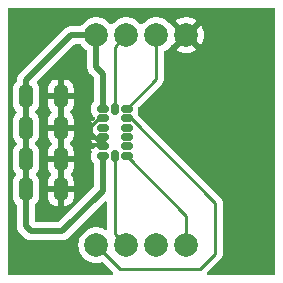
<source format=gbr>
%TF.GenerationSoftware,KiCad,Pcbnew,(6.0.1)*%
%TF.CreationDate,2022-04-22T14:13:29+03:00*%
%TF.ProjectId,teststi,74657374-7374-4692-9e6b-696361645f70,rev?*%
%TF.SameCoordinates,Original*%
%TF.FileFunction,Copper,L1,Top*%
%TF.FilePolarity,Positive*%
%FSLAX46Y46*%
G04 Gerber Fmt 4.6, Leading zero omitted, Abs format (unit mm)*
G04 Created by KiCad (PCBNEW (6.0.1)) date 2022-04-22 14:13:29*
%MOMM*%
%LPD*%
G01*
G04 APERTURE LIST*
G04 Aperture macros list*
%AMRoundRect*
0 Rectangle with rounded corners*
0 $1 Rounding radius*
0 $2 $3 $4 $5 $6 $7 $8 $9 X,Y pos of 4 corners*
0 Add a 4 corners polygon primitive as box body*
4,1,4,$2,$3,$4,$5,$6,$7,$8,$9,$2,$3,0*
0 Add four circle primitives for the rounded corners*
1,1,$1+$1,$2,$3*
1,1,$1+$1,$4,$5*
1,1,$1+$1,$6,$7*
1,1,$1+$1,$8,$9*
0 Add four rect primitives between the rounded corners*
20,1,$1+$1,$2,$3,$4,$5,0*
20,1,$1+$1,$4,$5,$6,$7,0*
20,1,$1+$1,$6,$7,$8,$9,0*
20,1,$1+$1,$8,$9,$2,$3,0*%
G04 Aperture macros list end*
%TA.AperFunction,SMDPad,CuDef*%
%ADD10RoundRect,0.250000X-0.325000X-0.650000X0.325000X-0.650000X0.325000X0.650000X-0.325000X0.650000X0*%
%TD*%
%TA.AperFunction,ComponentPad*%
%ADD11C,2.000000*%
%TD*%
%TA.AperFunction,SMDPad,CuDef*%
%ADD12RoundRect,0.150000X-0.325000X-0.150000X0.325000X-0.150000X0.325000X0.150000X-0.325000X0.150000X0*%
%TD*%
%TA.AperFunction,SMDPad,CuDef*%
%ADD13RoundRect,0.150000X-0.150000X-0.325000X0.150000X-0.325000X0.150000X0.325000X-0.150000X0.325000X0*%
%TD*%
%TA.AperFunction,ViaPad*%
%ADD14C,2.000000*%
%TD*%
%TA.AperFunction,Conductor*%
%ADD15C,0.250000*%
%TD*%
%TA.AperFunction,Conductor*%
%ADD16C,0.500000*%
%TD*%
G04 APERTURE END LIST*
D10*
%TO.P,C5,2*%
%TO.N,GND*%
X74930000Y-59817000D03*
%TO.P,C5,1*%
%TO.N,/Vs*%
X71980000Y-59817000D03*
%TD*%
%TO.P,C4,2*%
%TO.N,GND*%
X74930000Y-57277000D03*
%TO.P,C4,1*%
%TO.N,/Vs*%
X71980000Y-57277000D03*
%TD*%
%TO.P,C3,2*%
%TO.N,GND*%
X74930000Y-54610000D03*
%TO.P,C3,1*%
%TO.N,/Vs*%
X71980000Y-54610000D03*
%TD*%
%TO.P,C2,2*%
%TO.N,GND*%
X74930000Y-51943000D03*
%TO.P,C2,1*%
%TO.N,/Vs*%
X71980000Y-51943000D03*
%TD*%
D11*
%TO.P,U2,1,SDO*%
%TO.N,Net-(U1-Pad12)*%
X77941000Y-64548000D03*
%TO.P,U2,2,CS*%
%TO.N,Net-(U1-Pad7)*%
X80481000Y-64548000D03*
%TO.P,U2,3,DR*%
%TO.N,unconnected-(U2-Pad3)*%
X83021000Y-64548000D03*
%TO.P,U2,4,INT*%
%TO.N,Net-(U1-Pad8)*%
X85561000Y-64548000D03*
%TO.P,U2,5,VCC*%
%TO.N,/Vs*%
X77941000Y-46768000D03*
%TO.P,U2,6,SCL*%
%TO.N,Net-(U1-Pad14)*%
X80481000Y-46768000D03*
%TO.P,U2,7,SDA*%
%TO.N,Net-(U1-Pad13)*%
X83021000Y-46768000D03*
%TO.P,U2,8,GND*%
%TO.N,GND*%
X85561000Y-46768000D03*
%TD*%
D12*
%TO.P,U1,1,Vdd_I/O*%
%TO.N,/Vs*%
X78502000Y-52991000D03*
%TO.P,U1,2,GND*%
%TO.N,GND*%
X78502000Y-53791000D03*
%TO.P,U1,3,RES*%
%TO.N,unconnected-(U1-Pad3)*%
X78502000Y-54591000D03*
%TO.P,U1,4,GND*%
%TO.N,GND*%
X78502000Y-55391000D03*
%TO.P,U1,5,GND*%
X78502000Y-56191000D03*
%TO.P,U1,6,Vs*%
%TO.N,/Vs*%
X78502000Y-56991000D03*
D13*
%TO.P,U1,7,~{CS}*%
%TO.N,Net-(U1-Pad7)*%
X79502000Y-56991000D03*
D12*
%TO.P,U1,8,INT1*%
%TO.N,Net-(U1-Pad8)*%
X80502000Y-56991000D03*
%TO.P,U1,9,INT2*%
%TO.N,unconnected-(U1-Pad9)*%
X80502000Y-56191000D03*
%TO.P,U1,10,NC*%
%TO.N,unconnected-(U1-Pad10)*%
X80502000Y-55391000D03*
%TO.P,U1,11,RES*%
%TO.N,unconnected-(U1-Pad11)*%
X80502000Y-54591000D03*
%TO.P,U1,12,SDO/ADDR*%
%TO.N,Net-(U1-Pad12)*%
X80502000Y-53791000D03*
%TO.P,U1,13,SDA/SDI/SDIO*%
%TO.N,Net-(U1-Pad13)*%
X80502000Y-52991000D03*
D13*
%TO.P,U1,14,SCL/SCLK*%
%TO.N,Net-(U1-Pad14)*%
X79502000Y-52991000D03*
%TD*%
D14*
%TO.N,GND*%
X72136000Y-46228000D03*
X75946000Y-49276000D03*
%TD*%
D15*
%TO.N,GND*%
X77470000Y-55159000D02*
X78502000Y-56191000D01*
X77470000Y-54991000D02*
X77470000Y-55159000D01*
X77870000Y-55391000D02*
X78502000Y-55391000D01*
X77470000Y-54991000D02*
X77870000Y-55391000D01*
X77470000Y-54476928D02*
X77470000Y-54991000D01*
X78155928Y-53791000D02*
X77470000Y-54476928D01*
X78502000Y-53791000D02*
X78155928Y-53791000D01*
D16*
%TO.N,/Vs*%
X78502000Y-50054000D02*
X78502000Y-52991000D01*
X77941000Y-49493000D02*
X78502000Y-50054000D01*
X77941000Y-46768000D02*
X77941000Y-49493000D01*
X71980000Y-50575000D02*
X75787000Y-46768000D01*
X75787000Y-46768000D02*
X77941000Y-46768000D01*
X71980000Y-51943000D02*
X71980000Y-50575000D01*
X71980000Y-62963000D02*
X71980000Y-59817000D01*
X75057000Y-63373000D02*
X72390000Y-63373000D01*
X72390000Y-63373000D02*
X71980000Y-62963000D01*
X78486000Y-59944000D02*
X75057000Y-63373000D01*
X78486000Y-58225270D02*
X78486000Y-59944000D01*
X78502000Y-58209270D02*
X78486000Y-58225270D01*
X78502000Y-56991000D02*
X78502000Y-58209270D01*
D15*
%TO.N,Net-(U1-Pad12)*%
X77941000Y-64548000D02*
X79941000Y-66548000D01*
X79941000Y-66548000D02*
X86741000Y-66548000D01*
X86741000Y-66548000D02*
X88011000Y-65278000D01*
X80848072Y-53791000D02*
X80502000Y-53791000D01*
X88011000Y-65278000D02*
X88011000Y-60953928D01*
X88011000Y-60953928D02*
X80848072Y-53791000D01*
D16*
%TO.N,/Vs*%
X71980000Y-51943000D02*
X71980000Y-59817000D01*
D15*
%TO.N,Net-(U1-Pad8)*%
X85561000Y-62050000D02*
X80502000Y-56991000D01*
X85561000Y-64548000D02*
X85561000Y-62050000D01*
%TO.N,Net-(U1-Pad7)*%
X79502000Y-63569000D02*
X79502000Y-56991000D01*
X80481000Y-64548000D02*
X79502000Y-63569000D01*
%TO.N,Net-(U1-Pad13)*%
X83021000Y-46768000D02*
X83021000Y-50472000D01*
X83021000Y-50472000D02*
X80502000Y-52991000D01*
%TO.N,Net-(U1-Pad14)*%
X79502000Y-47747000D02*
X79502000Y-52991000D01*
X80481000Y-46768000D02*
X79502000Y-47747000D01*
%TD*%
%TA.AperFunction,Conductor*%
%TO.N,GND*%
G36*
X93033121Y-44470002D02*
G01*
X93079614Y-44523658D01*
X93091000Y-44576000D01*
X93091000Y-66930000D01*
X93070998Y-66998121D01*
X93017342Y-67044614D01*
X92965000Y-67056000D01*
X87433094Y-67056000D01*
X87364973Y-67035998D01*
X87318480Y-66982342D01*
X87308376Y-66912068D01*
X87337870Y-66847488D01*
X87343999Y-66840905D01*
X88403247Y-65781657D01*
X88411537Y-65774113D01*
X88418018Y-65770000D01*
X88434791Y-65752139D01*
X88464658Y-65720333D01*
X88467413Y-65717491D01*
X88487134Y-65697770D01*
X88489612Y-65694575D01*
X88497318Y-65685553D01*
X88522158Y-65659101D01*
X88527586Y-65653321D01*
X88537346Y-65635568D01*
X88548199Y-65619045D01*
X88555753Y-65609306D01*
X88560613Y-65603041D01*
X88578176Y-65562457D01*
X88583383Y-65551827D01*
X88604695Y-65513060D01*
X88606666Y-65505383D01*
X88606668Y-65505378D01*
X88609732Y-65493442D01*
X88616138Y-65474730D01*
X88621033Y-65463419D01*
X88624181Y-65456145D01*
X88625421Y-65448317D01*
X88625423Y-65448310D01*
X88631099Y-65412476D01*
X88633505Y-65400856D01*
X88642528Y-65365711D01*
X88642528Y-65365710D01*
X88644500Y-65358030D01*
X88644500Y-65337776D01*
X88646051Y-65318065D01*
X88647980Y-65305886D01*
X88649220Y-65298057D01*
X88645059Y-65254038D01*
X88644500Y-65242181D01*
X88644500Y-61032695D01*
X88645027Y-61021512D01*
X88646702Y-61014019D01*
X88644562Y-60945928D01*
X88644500Y-60941971D01*
X88644500Y-60914072D01*
X88643996Y-60910081D01*
X88643063Y-60898239D01*
X88641923Y-60861964D01*
X88641674Y-60854039D01*
X88639462Y-60846425D01*
X88639461Y-60846420D01*
X88636023Y-60834587D01*
X88632012Y-60815223D01*
X88630467Y-60802992D01*
X88629474Y-60795131D01*
X88626557Y-60787764D01*
X88626556Y-60787759D01*
X88613198Y-60754020D01*
X88609354Y-60742793D01*
X88599230Y-60707950D01*
X88597018Y-60700335D01*
X88586707Y-60682900D01*
X88578012Y-60665152D01*
X88570552Y-60646311D01*
X88558487Y-60629704D01*
X88544564Y-60610541D01*
X88538048Y-60600621D01*
X88519580Y-60569393D01*
X88519578Y-60569390D01*
X88515542Y-60562566D01*
X88501221Y-60548245D01*
X88488380Y-60533211D01*
X88481131Y-60523234D01*
X88476472Y-60516821D01*
X88442395Y-60488630D01*
X88433616Y-60480640D01*
X81502333Y-53549356D01*
X81470431Y-53495414D01*
X81450309Y-53426153D01*
X81450309Y-53355847D01*
X81465520Y-53303491D01*
X81482562Y-53244831D01*
X81483520Y-53232671D01*
X81485307Y-53209958D01*
X81485307Y-53209950D01*
X81485500Y-53207502D01*
X81485500Y-52955594D01*
X81505502Y-52887473D01*
X81522405Y-52866499D01*
X83413253Y-50975652D01*
X83421539Y-50968112D01*
X83428018Y-50964000D01*
X83474644Y-50914348D01*
X83477398Y-50911507D01*
X83497135Y-50891770D01*
X83499615Y-50888573D01*
X83507320Y-50879551D01*
X83532159Y-50853100D01*
X83537586Y-50847321D01*
X83541405Y-50840375D01*
X83541407Y-50840372D01*
X83547348Y-50829566D01*
X83558199Y-50813047D01*
X83565758Y-50803301D01*
X83570614Y-50797041D01*
X83573759Y-50789772D01*
X83573762Y-50789768D01*
X83588174Y-50756463D01*
X83593391Y-50745813D01*
X83614695Y-50707060D01*
X83616698Y-50699261D01*
X83619733Y-50687438D01*
X83626137Y-50668734D01*
X83631033Y-50657420D01*
X83631033Y-50657419D01*
X83634181Y-50650145D01*
X83635420Y-50642322D01*
X83635423Y-50642312D01*
X83641099Y-50606476D01*
X83643505Y-50594856D01*
X83652528Y-50559711D01*
X83652528Y-50559710D01*
X83654500Y-50552030D01*
X83654500Y-50531776D01*
X83656051Y-50512065D01*
X83657980Y-50499886D01*
X83659220Y-50492057D01*
X83655059Y-50448038D01*
X83654500Y-50436181D01*
X83654500Y-48219566D01*
X83674502Y-48151445D01*
X83714665Y-48112133D01*
X83896556Y-48000670D01*
X84693160Y-48000670D01*
X84698887Y-48008320D01*
X84870042Y-48113205D01*
X84878837Y-48117687D01*
X85088988Y-48204734D01*
X85098373Y-48207783D01*
X85319554Y-48260885D01*
X85329301Y-48262428D01*
X85556070Y-48280275D01*
X85565930Y-48280275D01*
X85792699Y-48262428D01*
X85802446Y-48260885D01*
X86023627Y-48207783D01*
X86033012Y-48204734D01*
X86243163Y-48117687D01*
X86251958Y-48113205D01*
X86419445Y-48010568D01*
X86428907Y-48000110D01*
X86425124Y-47991334D01*
X85573812Y-47140022D01*
X85559868Y-47132408D01*
X85558035Y-47132539D01*
X85551420Y-47136790D01*
X84699920Y-47988290D01*
X84693160Y-48000670D01*
X83896556Y-48000670D01*
X83906202Y-47994759D01*
X83906208Y-47994755D01*
X83910416Y-47992176D01*
X84090969Y-47837969D01*
X84094177Y-47834213D01*
X84094182Y-47834208D01*
X84224706Y-47681384D01*
X84284156Y-47642574D01*
X84318558Y-47640360D01*
X84337667Y-47632123D01*
X85188978Y-46780812D01*
X85195356Y-46769132D01*
X85925408Y-46769132D01*
X85925539Y-46770965D01*
X85929790Y-46777580D01*
X86781290Y-47629080D01*
X86793670Y-47635840D01*
X86801320Y-47630113D01*
X86906205Y-47458958D01*
X86910687Y-47450163D01*
X86997734Y-47240012D01*
X87000783Y-47230627D01*
X87053885Y-47009446D01*
X87055428Y-46999699D01*
X87073275Y-46772930D01*
X87073275Y-46763070D01*
X87055428Y-46536301D01*
X87053885Y-46526554D01*
X87000783Y-46305373D01*
X86997734Y-46295988D01*
X86910687Y-46085837D01*
X86906205Y-46077042D01*
X86803568Y-45909555D01*
X86793110Y-45900093D01*
X86784334Y-45903876D01*
X85933022Y-46755188D01*
X85925408Y-46769132D01*
X85195356Y-46769132D01*
X85196592Y-46766868D01*
X85196461Y-46765035D01*
X85192210Y-46758420D01*
X84340710Y-45906920D01*
X84323898Y-45897740D01*
X84260650Y-45883980D01*
X84225225Y-45855224D01*
X84094177Y-45701787D01*
X84090969Y-45698031D01*
X83910416Y-45543824D01*
X83906208Y-45541245D01*
X83906202Y-45541241D01*
X83897470Y-45535890D01*
X84693093Y-45535890D01*
X84696876Y-45544666D01*
X85548188Y-46395978D01*
X85562132Y-46403592D01*
X85563965Y-46403461D01*
X85570580Y-46399210D01*
X86422080Y-45547710D01*
X86428840Y-45535330D01*
X86423113Y-45527680D01*
X86251958Y-45422795D01*
X86243163Y-45418313D01*
X86033012Y-45331266D01*
X86023627Y-45328217D01*
X85802446Y-45275115D01*
X85792699Y-45273572D01*
X85565930Y-45255725D01*
X85556070Y-45255725D01*
X85329301Y-45273572D01*
X85319554Y-45275115D01*
X85098373Y-45328217D01*
X85088988Y-45331266D01*
X84878837Y-45418313D01*
X84870042Y-45422795D01*
X84702555Y-45525432D01*
X84693093Y-45535890D01*
X83897470Y-45535890D01*
X83712183Y-45422346D01*
X83707963Y-45419760D01*
X83703393Y-45417867D01*
X83703389Y-45417865D01*
X83493167Y-45330789D01*
X83493165Y-45330788D01*
X83488594Y-45328895D01*
X83408391Y-45309640D01*
X83262524Y-45274620D01*
X83262518Y-45274619D01*
X83257711Y-45273465D01*
X83021000Y-45254835D01*
X82784289Y-45273465D01*
X82779482Y-45274619D01*
X82779476Y-45274620D01*
X82633609Y-45309640D01*
X82553406Y-45328895D01*
X82548835Y-45330788D01*
X82548833Y-45330789D01*
X82338611Y-45417865D01*
X82338607Y-45417867D01*
X82334037Y-45419760D01*
X82329817Y-45422346D01*
X82135798Y-45541241D01*
X82135792Y-45541245D01*
X82131584Y-45543824D01*
X81951031Y-45698031D01*
X81947823Y-45701787D01*
X81947818Y-45701792D01*
X81846811Y-45820056D01*
X81787361Y-45858866D01*
X81716366Y-45859372D01*
X81655189Y-45820056D01*
X81554182Y-45701792D01*
X81554177Y-45701787D01*
X81550969Y-45698031D01*
X81370416Y-45543824D01*
X81366208Y-45541245D01*
X81366202Y-45541241D01*
X81172183Y-45422346D01*
X81167963Y-45419760D01*
X81163393Y-45417867D01*
X81163389Y-45417865D01*
X80953167Y-45330789D01*
X80953165Y-45330788D01*
X80948594Y-45328895D01*
X80868391Y-45309640D01*
X80722524Y-45274620D01*
X80722518Y-45274619D01*
X80717711Y-45273465D01*
X80481000Y-45254835D01*
X80244289Y-45273465D01*
X80239482Y-45274619D01*
X80239476Y-45274620D01*
X80093609Y-45309640D01*
X80013406Y-45328895D01*
X80008835Y-45330788D01*
X80008833Y-45330789D01*
X79798611Y-45417865D01*
X79798607Y-45417867D01*
X79794037Y-45419760D01*
X79789817Y-45422346D01*
X79595798Y-45541241D01*
X79595792Y-45541245D01*
X79591584Y-45543824D01*
X79411031Y-45698031D01*
X79407823Y-45701787D01*
X79407818Y-45701792D01*
X79306811Y-45820056D01*
X79247361Y-45858866D01*
X79176366Y-45859372D01*
X79115189Y-45820056D01*
X79014182Y-45701792D01*
X79014177Y-45701787D01*
X79010969Y-45698031D01*
X78830416Y-45543824D01*
X78826208Y-45541245D01*
X78826202Y-45541241D01*
X78632183Y-45422346D01*
X78627963Y-45419760D01*
X78623393Y-45417867D01*
X78623389Y-45417865D01*
X78413167Y-45330789D01*
X78413165Y-45330788D01*
X78408594Y-45328895D01*
X78328391Y-45309640D01*
X78182524Y-45274620D01*
X78182518Y-45274619D01*
X78177711Y-45273465D01*
X77941000Y-45254835D01*
X77704289Y-45273465D01*
X77699482Y-45274619D01*
X77699476Y-45274620D01*
X77553609Y-45309640D01*
X77473406Y-45328895D01*
X77468835Y-45330788D01*
X77468833Y-45330789D01*
X77258611Y-45417865D01*
X77258607Y-45417867D01*
X77254037Y-45419760D01*
X77249817Y-45422346D01*
X77055798Y-45541241D01*
X77055792Y-45541245D01*
X77051584Y-45543824D01*
X76871031Y-45698031D01*
X76716824Y-45878584D01*
X76673467Y-45949336D01*
X76620819Y-45996967D01*
X76566035Y-46009500D01*
X75854070Y-46009500D01*
X75835120Y-46008067D01*
X75820885Y-46005901D01*
X75820881Y-46005901D01*
X75813651Y-46004801D01*
X75806359Y-46005394D01*
X75806356Y-46005394D01*
X75760982Y-46009085D01*
X75750767Y-46009500D01*
X75742707Y-46009500D01*
X75729417Y-46011049D01*
X75714493Y-46012789D01*
X75710118Y-46013222D01*
X75644661Y-46018546D01*
X75644658Y-46018547D01*
X75637363Y-46019140D01*
X75630399Y-46021396D01*
X75624440Y-46022587D01*
X75618585Y-46023971D01*
X75611319Y-46024818D01*
X75542673Y-46049735D01*
X75538545Y-46051152D01*
X75476064Y-46071393D01*
X75476062Y-46071394D01*
X75469101Y-46073649D01*
X75462846Y-46077445D01*
X75457372Y-46079951D01*
X75451942Y-46082670D01*
X75445063Y-46085167D01*
X75438943Y-46089180D01*
X75438942Y-46089180D01*
X75384024Y-46125186D01*
X75380320Y-46127523D01*
X75317893Y-46165405D01*
X75309516Y-46172803D01*
X75309492Y-46172776D01*
X75306500Y-46175429D01*
X75303267Y-46178132D01*
X75297148Y-46182144D01*
X75292116Y-46187456D01*
X75243872Y-46238383D01*
X75241494Y-46240825D01*
X71491089Y-49991230D01*
X71476677Y-50003616D01*
X71465082Y-50012149D01*
X71465077Y-50012154D01*
X71459182Y-50016492D01*
X71454443Y-50022070D01*
X71454440Y-50022073D01*
X71424965Y-50056768D01*
X71418035Y-50064284D01*
X71412340Y-50069979D01*
X71410060Y-50072861D01*
X71394719Y-50092251D01*
X71391928Y-50095655D01*
X71349409Y-50145703D01*
X71344667Y-50151285D01*
X71341339Y-50157801D01*
X71337972Y-50162850D01*
X71334805Y-50167979D01*
X71330266Y-50173716D01*
X71299345Y-50239875D01*
X71297442Y-50243769D01*
X71264231Y-50308808D01*
X71262492Y-50315916D01*
X71260393Y-50321559D01*
X71258476Y-50327322D01*
X71255378Y-50333950D01*
X71253888Y-50341112D01*
X71253888Y-50341113D01*
X71240514Y-50405412D01*
X71239544Y-50409696D01*
X71222192Y-50480610D01*
X71221500Y-50491764D01*
X71221464Y-50491762D01*
X71221225Y-50495755D01*
X71220851Y-50499947D01*
X71219360Y-50507115D01*
X71220160Y-50536672D01*
X71221454Y-50584521D01*
X71221500Y-50587928D01*
X71221500Y-50602317D01*
X71201498Y-50670438D01*
X71180145Y-50694016D01*
X71180652Y-50694522D01*
X71055695Y-50819697D01*
X71051855Y-50825927D01*
X71051854Y-50825928D01*
X70998231Y-50912921D01*
X70962885Y-50970262D01*
X70907203Y-51138139D01*
X70896500Y-51242600D01*
X70896500Y-52643400D01*
X70896837Y-52646646D01*
X70896837Y-52646650D01*
X70906752Y-52742206D01*
X70907474Y-52749166D01*
X70909655Y-52755702D01*
X70909655Y-52755704D01*
X70953617Y-52887473D01*
X70963450Y-52916946D01*
X71056522Y-53067348D01*
X71061704Y-53072521D01*
X71176609Y-53187226D01*
X71210688Y-53249509D01*
X71205685Y-53320329D01*
X71176764Y-53365416D01*
X71055695Y-53486697D01*
X71051855Y-53492927D01*
X71051854Y-53492928D01*
X71024688Y-53537000D01*
X70962885Y-53637262D01*
X70955395Y-53659844D01*
X70911893Y-53791000D01*
X70907203Y-53805139D01*
X70896500Y-53909600D01*
X70896500Y-55310400D01*
X70896837Y-55313646D01*
X70896837Y-55313650D01*
X70906752Y-55409206D01*
X70907474Y-55416166D01*
X70963450Y-55583946D01*
X71056522Y-55734348D01*
X71061704Y-55739521D01*
X71176609Y-55854226D01*
X71210688Y-55916509D01*
X71205685Y-55987329D01*
X71176764Y-56032416D01*
X71055695Y-56153697D01*
X71051855Y-56159927D01*
X71051854Y-56159928D01*
X71007518Y-56231855D01*
X70962885Y-56304262D01*
X70960150Y-56312509D01*
X70916205Y-56445000D01*
X70907203Y-56472139D01*
X70896500Y-56576600D01*
X70896500Y-57977400D01*
X70896837Y-57980646D01*
X70896837Y-57980650D01*
X70906752Y-58076206D01*
X70907474Y-58083166D01*
X70963450Y-58250946D01*
X71056522Y-58401348D01*
X71061704Y-58406521D01*
X71113109Y-58457837D01*
X71147188Y-58520120D01*
X71142185Y-58590940D01*
X71113265Y-58636027D01*
X71055695Y-58693697D01*
X70962885Y-58844262D01*
X70907203Y-59012139D01*
X70896500Y-59116600D01*
X70896500Y-60517400D01*
X70896837Y-60520646D01*
X70896837Y-60520650D01*
X70906752Y-60616206D01*
X70907474Y-60623166D01*
X70963450Y-60790946D01*
X71056522Y-60941348D01*
X71061704Y-60946521D01*
X71181697Y-61066305D01*
X71180059Y-61067945D01*
X71214656Y-61116744D01*
X71221500Y-61157706D01*
X71221500Y-62895930D01*
X71220067Y-62914880D01*
X71216801Y-62936349D01*
X71217394Y-62943641D01*
X71217394Y-62943644D01*
X71221085Y-62989018D01*
X71221500Y-62999233D01*
X71221500Y-63007293D01*
X71221925Y-63010937D01*
X71224789Y-63035507D01*
X71225222Y-63039882D01*
X71231140Y-63112637D01*
X71233396Y-63119601D01*
X71234587Y-63125560D01*
X71235971Y-63131415D01*
X71236818Y-63138681D01*
X71261735Y-63207327D01*
X71263152Y-63211455D01*
X71274632Y-63246890D01*
X71285649Y-63280899D01*
X71289445Y-63287154D01*
X71291951Y-63292628D01*
X71294670Y-63298058D01*
X71297167Y-63304937D01*
X71301180Y-63311057D01*
X71301180Y-63311058D01*
X71337186Y-63365976D01*
X71339523Y-63369680D01*
X71377405Y-63432107D01*
X71381121Y-63436315D01*
X71381122Y-63436316D01*
X71384803Y-63440484D01*
X71384776Y-63440508D01*
X71387429Y-63443500D01*
X71390132Y-63446733D01*
X71394144Y-63452852D01*
X71399456Y-63457884D01*
X71450383Y-63506128D01*
X71452825Y-63508506D01*
X71806230Y-63861911D01*
X71818616Y-63876323D01*
X71827149Y-63887918D01*
X71827154Y-63887923D01*
X71831492Y-63893818D01*
X71837070Y-63898557D01*
X71837073Y-63898560D01*
X71871768Y-63928035D01*
X71879284Y-63934965D01*
X71884980Y-63940661D01*
X71887841Y-63942924D01*
X71887846Y-63942929D01*
X71907266Y-63958293D01*
X71910667Y-63961082D01*
X71966285Y-64008333D01*
X71972805Y-64011662D01*
X71977852Y-64015028D01*
X71982976Y-64018193D01*
X71988717Y-64022735D01*
X71995348Y-64025834D01*
X71995351Y-64025836D01*
X72042723Y-64047976D01*
X72050949Y-64051820D01*
X72054830Y-64053634D01*
X72058782Y-64055565D01*
X72116854Y-64085218D01*
X72123808Y-64088769D01*
X72130914Y-64090508D01*
X72136564Y-64092609D01*
X72142321Y-64094524D01*
X72148950Y-64097622D01*
X72220435Y-64112491D01*
X72224701Y-64113457D01*
X72295610Y-64130808D01*
X72301212Y-64131156D01*
X72301215Y-64131156D01*
X72306764Y-64131500D01*
X72306762Y-64131535D01*
X72310734Y-64131775D01*
X72314955Y-64132152D01*
X72322115Y-64133641D01*
X72399542Y-64131546D01*
X72402950Y-64131500D01*
X74989930Y-64131500D01*
X75008880Y-64132933D01*
X75023115Y-64135099D01*
X75023119Y-64135099D01*
X75030349Y-64136199D01*
X75037641Y-64135606D01*
X75037644Y-64135606D01*
X75083018Y-64131915D01*
X75093233Y-64131500D01*
X75101293Y-64131500D01*
X75118680Y-64129473D01*
X75129507Y-64128211D01*
X75133882Y-64127778D01*
X75199339Y-64122454D01*
X75199342Y-64122453D01*
X75206637Y-64121860D01*
X75213601Y-64119604D01*
X75219560Y-64118413D01*
X75225415Y-64117029D01*
X75232681Y-64116182D01*
X75301327Y-64091265D01*
X75305455Y-64089848D01*
X75367936Y-64069607D01*
X75367938Y-64069606D01*
X75374899Y-64067351D01*
X75381154Y-64063555D01*
X75386628Y-64061049D01*
X75392058Y-64058330D01*
X75398937Y-64055833D01*
X75444690Y-64025836D01*
X75459976Y-64015814D01*
X75463680Y-64013477D01*
X75526107Y-63975595D01*
X75534484Y-63968197D01*
X75534508Y-63968224D01*
X75537500Y-63965571D01*
X75540733Y-63962868D01*
X75546852Y-63958856D01*
X75600128Y-63902617D01*
X75602506Y-63900175D01*
X78653405Y-60849276D01*
X78715717Y-60815250D01*
X78786532Y-60820315D01*
X78843368Y-60862862D01*
X78868179Y-60929382D01*
X78868500Y-60938371D01*
X78868500Y-63122172D01*
X78848498Y-63190293D01*
X78794842Y-63236786D01*
X78724568Y-63246890D01*
X78676665Y-63229604D01*
X78632192Y-63202351D01*
X78632187Y-63202348D01*
X78627963Y-63199760D01*
X78623393Y-63197867D01*
X78623389Y-63197865D01*
X78413167Y-63110789D01*
X78413165Y-63110788D01*
X78408594Y-63108895D01*
X78286501Y-63079583D01*
X78182524Y-63054620D01*
X78182518Y-63054619D01*
X78177711Y-63053465D01*
X77941000Y-63034835D01*
X77704289Y-63053465D01*
X77699482Y-63054619D01*
X77699476Y-63054620D01*
X77595499Y-63079583D01*
X77473406Y-63108895D01*
X77468835Y-63110788D01*
X77468833Y-63110789D01*
X77258611Y-63197865D01*
X77258607Y-63197867D01*
X77254037Y-63199760D01*
X77249817Y-63202346D01*
X77055798Y-63321241D01*
X77055792Y-63321245D01*
X77051584Y-63323824D01*
X76871031Y-63478031D01*
X76716824Y-63658584D01*
X76714245Y-63662792D01*
X76714241Y-63662798D01*
X76595346Y-63856817D01*
X76592760Y-63861037D01*
X76590867Y-63865607D01*
X76590865Y-63865611D01*
X76506368Y-64069607D01*
X76501895Y-64080406D01*
X76446465Y-64311289D01*
X76427835Y-64548000D01*
X76446465Y-64784711D01*
X76501895Y-65015594D01*
X76503788Y-65020165D01*
X76503789Y-65020167D01*
X76550042Y-65131831D01*
X76592760Y-65234963D01*
X76595346Y-65239183D01*
X76714241Y-65433202D01*
X76714245Y-65433208D01*
X76716824Y-65437416D01*
X76871031Y-65617969D01*
X77051584Y-65772176D01*
X77055792Y-65774755D01*
X77055798Y-65774759D01*
X77134739Y-65823134D01*
X77254037Y-65896240D01*
X77258607Y-65898133D01*
X77258611Y-65898135D01*
X77468833Y-65985211D01*
X77473406Y-65987105D01*
X77553609Y-66006360D01*
X77699476Y-66041380D01*
X77699482Y-66041381D01*
X77704289Y-66042535D01*
X77941000Y-66061165D01*
X78177711Y-66042535D01*
X78182518Y-66041381D01*
X78182524Y-66041380D01*
X78400951Y-65988940D01*
X78471859Y-65992487D01*
X78519458Y-66022362D01*
X79338002Y-66840907D01*
X79372026Y-66903217D01*
X79366961Y-66974033D01*
X79324414Y-67030868D01*
X79257894Y-67055679D01*
X79248905Y-67056000D01*
X70611000Y-67056000D01*
X70542879Y-67035998D01*
X70496386Y-66982342D01*
X70485000Y-66930000D01*
X70485000Y-44576000D01*
X70505002Y-44507879D01*
X70558658Y-44461386D01*
X70611000Y-44450000D01*
X92965000Y-44450000D01*
X93033121Y-44470002D01*
G37*
%TD.AperFunction*%
%TA.AperFunction,Conductor*%
G36*
X76634156Y-47546502D02*
G01*
X76673466Y-47586663D01*
X76716824Y-47657416D01*
X76871031Y-47837969D01*
X77051584Y-47992176D01*
X77122336Y-48035533D01*
X77169967Y-48088181D01*
X77182500Y-48142965D01*
X77182500Y-49425930D01*
X77181067Y-49444880D01*
X77177801Y-49466349D01*
X77178394Y-49473641D01*
X77178394Y-49473644D01*
X77182085Y-49519018D01*
X77182500Y-49529233D01*
X77182500Y-49537293D01*
X77182925Y-49540937D01*
X77185789Y-49565507D01*
X77186222Y-49569882D01*
X77192140Y-49642637D01*
X77194396Y-49649601D01*
X77195587Y-49655560D01*
X77196971Y-49661415D01*
X77197818Y-49668681D01*
X77222735Y-49737327D01*
X77224152Y-49741455D01*
X77246649Y-49810899D01*
X77250445Y-49817154D01*
X77252951Y-49822628D01*
X77255670Y-49828058D01*
X77258167Y-49834937D01*
X77262180Y-49841057D01*
X77262180Y-49841058D01*
X77298186Y-49895976D01*
X77300523Y-49899680D01*
X77338405Y-49962107D01*
X77342121Y-49966315D01*
X77342122Y-49966316D01*
X77345803Y-49970484D01*
X77345776Y-49970508D01*
X77348429Y-49973500D01*
X77351132Y-49976733D01*
X77355144Y-49982852D01*
X77360456Y-49987884D01*
X77411383Y-50036128D01*
X77413825Y-50038506D01*
X77706595Y-50331276D01*
X77740621Y-50393588D01*
X77743500Y-50420371D01*
X77743500Y-52291050D01*
X77723498Y-52359171D01*
X77706595Y-52380145D01*
X77652547Y-52434193D01*
X77648511Y-52441017D01*
X77648509Y-52441020D01*
X77584893Y-52548589D01*
X77567855Y-52577399D01*
X77521438Y-52737169D01*
X77520934Y-52743574D01*
X77520933Y-52743579D01*
X77519987Y-52755600D01*
X77518500Y-52774498D01*
X77518500Y-53207502D01*
X77521438Y-53244831D01*
X77523232Y-53251007D01*
X77523233Y-53251011D01*
X77553951Y-53356744D01*
X77553951Y-53427049D01*
X77527061Y-53519605D01*
X77527101Y-53533706D01*
X77534370Y-53537000D01*
X77589550Y-53537000D01*
X77657671Y-53557002D01*
X77678645Y-53573905D01*
X77770193Y-53665453D01*
X77799099Y-53682548D01*
X77847550Y-53734440D01*
X77860255Y-53804291D01*
X77833179Y-53869921D01*
X77799099Y-53899452D01*
X77770193Y-53916547D01*
X77678645Y-54008095D01*
X77616333Y-54042121D01*
X77589550Y-54045000D01*
X77540122Y-54045000D01*
X77526591Y-54048973D01*
X77525456Y-54056871D01*
X77553951Y-54154951D01*
X77553951Y-54225256D01*
X77521438Y-54337169D01*
X77520933Y-54343579D01*
X77520933Y-54343582D01*
X77520418Y-54350135D01*
X77518500Y-54374498D01*
X77518500Y-54807502D01*
X77521438Y-54844831D01*
X77523232Y-54851007D01*
X77523233Y-54851011D01*
X77553951Y-54956744D01*
X77553951Y-55027049D01*
X77527061Y-55119605D01*
X77527101Y-55133706D01*
X77534370Y-55137000D01*
X77589550Y-55137000D01*
X77657671Y-55157002D01*
X77678645Y-55173905D01*
X77770193Y-55265453D01*
X77777017Y-55269489D01*
X77777020Y-55269491D01*
X77851689Y-55313650D01*
X77913399Y-55350145D01*
X77921010Y-55352356D01*
X77921012Y-55352357D01*
X78012616Y-55378970D01*
X78069331Y-55395447D01*
X78069333Y-55395448D01*
X78073169Y-55396562D01*
X78072962Y-55397274D01*
X78131963Y-55426968D01*
X78162237Y-55478245D01*
X78202372Y-55424632D01*
X78268892Y-55399821D01*
X78277881Y-55399500D01*
X78630000Y-55399500D01*
X78698121Y-55419502D01*
X78744614Y-55473158D01*
X78756000Y-55525500D01*
X78756000Y-56056500D01*
X78735998Y-56124621D01*
X78682342Y-56171114D01*
X78630000Y-56182500D01*
X78270137Y-56182500D01*
X78202016Y-56162498D01*
X78157064Y-56110621D01*
X78141129Y-56145512D01*
X78081403Y-56183896D01*
X78075771Y-56185233D01*
X78073169Y-56185438D01*
X78066990Y-56187233D01*
X78066991Y-56187233D01*
X77921012Y-56229643D01*
X77921010Y-56229644D01*
X77913399Y-56231855D01*
X77906572Y-56235892D01*
X77906573Y-56235892D01*
X77777020Y-56312509D01*
X77777017Y-56312511D01*
X77770193Y-56316547D01*
X77678645Y-56408095D01*
X77616333Y-56442121D01*
X77589550Y-56445000D01*
X77540122Y-56445000D01*
X77526591Y-56448973D01*
X77525456Y-56456871D01*
X77553951Y-56554951D01*
X77553951Y-56625256D01*
X77523233Y-56730989D01*
X77523232Y-56730993D01*
X77521438Y-56737169D01*
X77518500Y-56774498D01*
X77518500Y-57207502D01*
X77521438Y-57244831D01*
X77567855Y-57404601D01*
X77571892Y-57411427D01*
X77648509Y-57540980D01*
X77648511Y-57540983D01*
X77652547Y-57547807D01*
X77706595Y-57601855D01*
X77740621Y-57664167D01*
X77743500Y-57690950D01*
X77743500Y-58053129D01*
X77739889Y-58083077D01*
X77728192Y-58130880D01*
X77727500Y-58142034D01*
X77727464Y-58142032D01*
X77727225Y-58146025D01*
X77726851Y-58150217D01*
X77725360Y-58157385D01*
X77725558Y-58164702D01*
X77727454Y-58234791D01*
X77727500Y-58238198D01*
X77727500Y-59577629D01*
X77707498Y-59645750D01*
X77690595Y-59666724D01*
X74779724Y-62577595D01*
X74717412Y-62611621D01*
X74690629Y-62614500D01*
X72864500Y-62614500D01*
X72796379Y-62594498D01*
X72749886Y-62540842D01*
X72738500Y-62488500D01*
X72738500Y-61157683D01*
X72758502Y-61089562D01*
X72779855Y-61065984D01*
X72779348Y-61065478D01*
X72899134Y-60945483D01*
X72904305Y-60940303D01*
X72911037Y-60929382D01*
X72993275Y-60795968D01*
X72993276Y-60795966D01*
X72997115Y-60789738D01*
X73024243Y-60707950D01*
X73050632Y-60628389D01*
X73050632Y-60628387D01*
X73052797Y-60621861D01*
X73063500Y-60517400D01*
X73063500Y-60514095D01*
X73847001Y-60514095D01*
X73847338Y-60520614D01*
X73857257Y-60616206D01*
X73860149Y-60629600D01*
X73911588Y-60783784D01*
X73917761Y-60796962D01*
X74003063Y-60934807D01*
X74012099Y-60946208D01*
X74126829Y-61060739D01*
X74138240Y-61069751D01*
X74276243Y-61154816D01*
X74289424Y-61160963D01*
X74443710Y-61212138D01*
X74457086Y-61215005D01*
X74551438Y-61224672D01*
X74557854Y-61225000D01*
X74657885Y-61225000D01*
X74673124Y-61220525D01*
X74674329Y-61219135D01*
X74676000Y-61211452D01*
X74676000Y-61206884D01*
X75184000Y-61206884D01*
X75188475Y-61222123D01*
X75189865Y-61223328D01*
X75197548Y-61224999D01*
X75302095Y-61224999D01*
X75308614Y-61224662D01*
X75404206Y-61214743D01*
X75417600Y-61211851D01*
X75571784Y-61160412D01*
X75584962Y-61154239D01*
X75722807Y-61068937D01*
X75734208Y-61059901D01*
X75848739Y-60945171D01*
X75857751Y-60933760D01*
X75942816Y-60795757D01*
X75948963Y-60782576D01*
X76000138Y-60628290D01*
X76003005Y-60614914D01*
X76012672Y-60520562D01*
X76013000Y-60514146D01*
X76013000Y-60089115D01*
X76008525Y-60073876D01*
X76007135Y-60072671D01*
X75999452Y-60071000D01*
X75202115Y-60071000D01*
X75186876Y-60075475D01*
X75185671Y-60076865D01*
X75184000Y-60084548D01*
X75184000Y-61206884D01*
X74676000Y-61206884D01*
X74676000Y-60089115D01*
X74671525Y-60073876D01*
X74670135Y-60072671D01*
X74662452Y-60071000D01*
X73865116Y-60071000D01*
X73849877Y-60075475D01*
X73848672Y-60076865D01*
X73847001Y-60084548D01*
X73847001Y-60514095D01*
X73063500Y-60514095D01*
X73063500Y-59544885D01*
X73847000Y-59544885D01*
X73851475Y-59560124D01*
X73852865Y-59561329D01*
X73860548Y-59563000D01*
X74657885Y-59563000D01*
X74673124Y-59558525D01*
X74674329Y-59557135D01*
X74676000Y-59549452D01*
X74676000Y-59544885D01*
X75184000Y-59544885D01*
X75188475Y-59560124D01*
X75189865Y-59561329D01*
X75197548Y-59563000D01*
X75994884Y-59563000D01*
X76010123Y-59558525D01*
X76011328Y-59557135D01*
X76012999Y-59549452D01*
X76012999Y-59119905D01*
X76012662Y-59113386D01*
X76002743Y-59017794D01*
X75999851Y-59004400D01*
X75948412Y-58850216D01*
X75942239Y-58837038D01*
X75856937Y-58699193D01*
X75847901Y-58687792D01*
X75796183Y-58636164D01*
X75762104Y-58573881D01*
X75767107Y-58503061D01*
X75796029Y-58457972D01*
X75848739Y-58405171D01*
X75857751Y-58393760D01*
X75942816Y-58255757D01*
X75948963Y-58242576D01*
X76000138Y-58088290D01*
X76003005Y-58074914D01*
X76012672Y-57980562D01*
X76013000Y-57974146D01*
X76013000Y-57549115D01*
X76008525Y-57533876D01*
X76007135Y-57532671D01*
X75999452Y-57531000D01*
X75202115Y-57531000D01*
X75186876Y-57535475D01*
X75185671Y-57536865D01*
X75184000Y-57544548D01*
X75184000Y-59544885D01*
X74676000Y-59544885D01*
X74676000Y-57549115D01*
X74671525Y-57533876D01*
X74670135Y-57532671D01*
X74662452Y-57531000D01*
X73865116Y-57531000D01*
X73849877Y-57535475D01*
X73848672Y-57536865D01*
X73847001Y-57544548D01*
X73847001Y-57974095D01*
X73847338Y-57980614D01*
X73857257Y-58076206D01*
X73860149Y-58089600D01*
X73911588Y-58243784D01*
X73917761Y-58256962D01*
X74003063Y-58394807D01*
X74012099Y-58406208D01*
X74063817Y-58457836D01*
X74097896Y-58520119D01*
X74092893Y-58590939D01*
X74063971Y-58636028D01*
X74011261Y-58688829D01*
X74002249Y-58700240D01*
X73917184Y-58838243D01*
X73911037Y-58851424D01*
X73859862Y-59005710D01*
X73856995Y-59019086D01*
X73847328Y-59113438D01*
X73847000Y-59119855D01*
X73847000Y-59544885D01*
X73063500Y-59544885D01*
X73063500Y-59116600D01*
X73063163Y-59113350D01*
X73053238Y-59017692D01*
X73053237Y-59017688D01*
X73052526Y-59010834D01*
X72996550Y-58843054D01*
X72903478Y-58692652D01*
X72898296Y-58687479D01*
X72846891Y-58636163D01*
X72812812Y-58573880D01*
X72817815Y-58503060D01*
X72846736Y-58457972D01*
X72899134Y-58405483D01*
X72904305Y-58400303D01*
X72997115Y-58249738D01*
X73052797Y-58081861D01*
X73054185Y-58068320D01*
X73063167Y-57980650D01*
X73063500Y-57977400D01*
X73063500Y-57004885D01*
X73847000Y-57004885D01*
X73851475Y-57020124D01*
X73852865Y-57021329D01*
X73860548Y-57023000D01*
X74657885Y-57023000D01*
X74673124Y-57018525D01*
X74674329Y-57017135D01*
X74676000Y-57009452D01*
X74676000Y-57004885D01*
X75184000Y-57004885D01*
X75188475Y-57020124D01*
X75189865Y-57021329D01*
X75197548Y-57023000D01*
X75994884Y-57023000D01*
X76010123Y-57018525D01*
X76011328Y-57017135D01*
X76012999Y-57009452D01*
X76012999Y-56579905D01*
X76012662Y-56573386D01*
X76002743Y-56477794D01*
X75999851Y-56464400D01*
X75948412Y-56310216D01*
X75942239Y-56297038D01*
X75856937Y-56159193D01*
X75847897Y-56147787D01*
X75732684Y-56032773D01*
X75698605Y-55970491D01*
X75703608Y-55899671D01*
X75732529Y-55854583D01*
X75848739Y-55738171D01*
X75857751Y-55726760D01*
X75900831Y-55656870D01*
X77525456Y-55656870D01*
X77554212Y-55755846D01*
X77554212Y-55826154D01*
X77527061Y-55919605D01*
X77527101Y-55933706D01*
X77534370Y-55937000D01*
X78045905Y-55937000D01*
X78114026Y-55957002D01*
X78158978Y-56008879D01*
X78174913Y-55973988D01*
X78234639Y-55935604D01*
X78245124Y-55932525D01*
X78246329Y-55931135D01*
X78248000Y-55923452D01*
X78248000Y-55663115D01*
X78243525Y-55647876D01*
X78232947Y-55638710D01*
X78188786Y-55614596D01*
X78161492Y-55564611D01*
X78124753Y-55617280D01*
X78059102Y-55644307D01*
X78045905Y-55645000D01*
X77540122Y-55645000D01*
X77526591Y-55648973D01*
X77525456Y-55656870D01*
X75900831Y-55656870D01*
X75942816Y-55588757D01*
X75948963Y-55575576D01*
X76000138Y-55421290D01*
X76003005Y-55407914D01*
X76012672Y-55313562D01*
X76013000Y-55307146D01*
X76013000Y-54882115D01*
X76008525Y-54866876D01*
X76007135Y-54865671D01*
X75999452Y-54864000D01*
X75202115Y-54864000D01*
X75186876Y-54868475D01*
X75185671Y-54869865D01*
X75184000Y-54877548D01*
X75184000Y-57004885D01*
X74676000Y-57004885D01*
X74676000Y-54882115D01*
X74671525Y-54866876D01*
X74670135Y-54865671D01*
X74662452Y-54864000D01*
X73865116Y-54864000D01*
X73849877Y-54868475D01*
X73848672Y-54869865D01*
X73847001Y-54877548D01*
X73847001Y-55307095D01*
X73847338Y-55313614D01*
X73857257Y-55409206D01*
X73860149Y-55422600D01*
X73911588Y-55576784D01*
X73917761Y-55589962D01*
X74003063Y-55727807D01*
X74012103Y-55739213D01*
X74127316Y-55854227D01*
X74161395Y-55916509D01*
X74156392Y-55987329D01*
X74127471Y-56032417D01*
X74011261Y-56148829D01*
X74002249Y-56160240D01*
X73917184Y-56298243D01*
X73911037Y-56311424D01*
X73859862Y-56465710D01*
X73856995Y-56479086D01*
X73847328Y-56573438D01*
X73847000Y-56579855D01*
X73847000Y-57004885D01*
X73063500Y-57004885D01*
X73063500Y-56576600D01*
X73061254Y-56554951D01*
X73053238Y-56477692D01*
X73053237Y-56477688D01*
X73052526Y-56470834D01*
X72996550Y-56303054D01*
X72903478Y-56152652D01*
X72783390Y-56032773D01*
X72749312Y-55970491D01*
X72754315Y-55899671D01*
X72783236Y-55854583D01*
X72783592Y-55854227D01*
X72904305Y-55733303D01*
X72962613Y-55638710D01*
X72993275Y-55588968D01*
X72993276Y-55588966D01*
X72997115Y-55582738D01*
X73033461Y-55473158D01*
X73050632Y-55421389D01*
X73050632Y-55421387D01*
X73052797Y-55414861D01*
X73063500Y-55310400D01*
X73063500Y-54337885D01*
X73847000Y-54337885D01*
X73851475Y-54353124D01*
X73852865Y-54354329D01*
X73860548Y-54356000D01*
X74657885Y-54356000D01*
X74673124Y-54351525D01*
X74674329Y-54350135D01*
X74676000Y-54342452D01*
X74676000Y-54337885D01*
X75184000Y-54337885D01*
X75188475Y-54353124D01*
X75189865Y-54354329D01*
X75197548Y-54356000D01*
X75994884Y-54356000D01*
X76010123Y-54351525D01*
X76011328Y-54350135D01*
X76012999Y-54342452D01*
X76012999Y-53912905D01*
X76012662Y-53906386D01*
X76002743Y-53810794D01*
X75999851Y-53797400D01*
X75948412Y-53643216D01*
X75942239Y-53630038D01*
X75856937Y-53492193D01*
X75847897Y-53480787D01*
X75732684Y-53365773D01*
X75698605Y-53303491D01*
X75703608Y-53232671D01*
X75732529Y-53187583D01*
X75848739Y-53071171D01*
X75857751Y-53059760D01*
X75942816Y-52921757D01*
X75948963Y-52908576D01*
X76000138Y-52754290D01*
X76003005Y-52740914D01*
X76012672Y-52646562D01*
X76013000Y-52640146D01*
X76013000Y-52215115D01*
X76008525Y-52199876D01*
X76007135Y-52198671D01*
X75999452Y-52197000D01*
X75202115Y-52197000D01*
X75186876Y-52201475D01*
X75185671Y-52202865D01*
X75184000Y-52210548D01*
X75184000Y-54337885D01*
X74676000Y-54337885D01*
X74676000Y-52215115D01*
X74671525Y-52199876D01*
X74670135Y-52198671D01*
X74662452Y-52197000D01*
X73865116Y-52197000D01*
X73849877Y-52201475D01*
X73848672Y-52202865D01*
X73847001Y-52210548D01*
X73847001Y-52640095D01*
X73847338Y-52646614D01*
X73857257Y-52742206D01*
X73860149Y-52755600D01*
X73911588Y-52909784D01*
X73917761Y-52922962D01*
X74003063Y-53060807D01*
X74012103Y-53072213D01*
X74127316Y-53187227D01*
X74161395Y-53249509D01*
X74156392Y-53320329D01*
X74127471Y-53365417D01*
X74011261Y-53481829D01*
X74002249Y-53493240D01*
X73917184Y-53631243D01*
X73911037Y-53644424D01*
X73859862Y-53798710D01*
X73856995Y-53812086D01*
X73847328Y-53906438D01*
X73847000Y-53912855D01*
X73847000Y-54337885D01*
X73063500Y-54337885D01*
X73063500Y-53909600D01*
X73059383Y-53869921D01*
X73053238Y-53810692D01*
X73053237Y-53810688D01*
X73052526Y-53803834D01*
X73007705Y-53669488D01*
X72998868Y-53643002D01*
X72996550Y-53636054D01*
X72903478Y-53485652D01*
X72783390Y-53365773D01*
X72749312Y-53303491D01*
X72754315Y-53232671D01*
X72783236Y-53187583D01*
X72783592Y-53187227D01*
X72904305Y-53066303D01*
X72908338Y-53059760D01*
X72993275Y-52921968D01*
X72993276Y-52921966D01*
X72997115Y-52915738D01*
X73052797Y-52747861D01*
X73053893Y-52737169D01*
X73063167Y-52646650D01*
X73063500Y-52643400D01*
X73063500Y-51670885D01*
X73847000Y-51670885D01*
X73851475Y-51686124D01*
X73852865Y-51687329D01*
X73860548Y-51689000D01*
X74657885Y-51689000D01*
X74673124Y-51684525D01*
X74674329Y-51683135D01*
X74676000Y-51675452D01*
X74676000Y-51670885D01*
X75184000Y-51670885D01*
X75188475Y-51686124D01*
X75189865Y-51687329D01*
X75197548Y-51689000D01*
X75994884Y-51689000D01*
X76010123Y-51684525D01*
X76011328Y-51683135D01*
X76012999Y-51675452D01*
X76012999Y-51245905D01*
X76012662Y-51239386D01*
X76002743Y-51143794D01*
X75999851Y-51130400D01*
X75948412Y-50976216D01*
X75942239Y-50963038D01*
X75856937Y-50825193D01*
X75847901Y-50813792D01*
X75733171Y-50699261D01*
X75721760Y-50690249D01*
X75583757Y-50605184D01*
X75570576Y-50599037D01*
X75416290Y-50547862D01*
X75402914Y-50544995D01*
X75308562Y-50535328D01*
X75302145Y-50535000D01*
X75202115Y-50535000D01*
X75186876Y-50539475D01*
X75185671Y-50540865D01*
X75184000Y-50548548D01*
X75184000Y-51670885D01*
X74676000Y-51670885D01*
X74676000Y-50553116D01*
X74671525Y-50537877D01*
X74670135Y-50536672D01*
X74662452Y-50535001D01*
X74557905Y-50535001D01*
X74551386Y-50535338D01*
X74455794Y-50545257D01*
X74442400Y-50548149D01*
X74288216Y-50599588D01*
X74275038Y-50605761D01*
X74137193Y-50691063D01*
X74125792Y-50700099D01*
X74011261Y-50814829D01*
X74002249Y-50826240D01*
X73917184Y-50964243D01*
X73911037Y-50977424D01*
X73859862Y-51131710D01*
X73856995Y-51145086D01*
X73847328Y-51239438D01*
X73847000Y-51245855D01*
X73847000Y-51670885D01*
X73063500Y-51670885D01*
X73063500Y-51242600D01*
X73063163Y-51239350D01*
X73053238Y-51143692D01*
X73053237Y-51143688D01*
X73052526Y-51136834D01*
X72996550Y-50969054D01*
X72919877Y-50845152D01*
X72901039Y-50776702D01*
X72922200Y-50708932D01*
X72937926Y-50689755D01*
X76064276Y-47563405D01*
X76126588Y-47529379D01*
X76153371Y-47526500D01*
X76566035Y-47526500D01*
X76634156Y-47546502D01*
G37*
%TD.AperFunction*%
%TD*%
M02*

</source>
